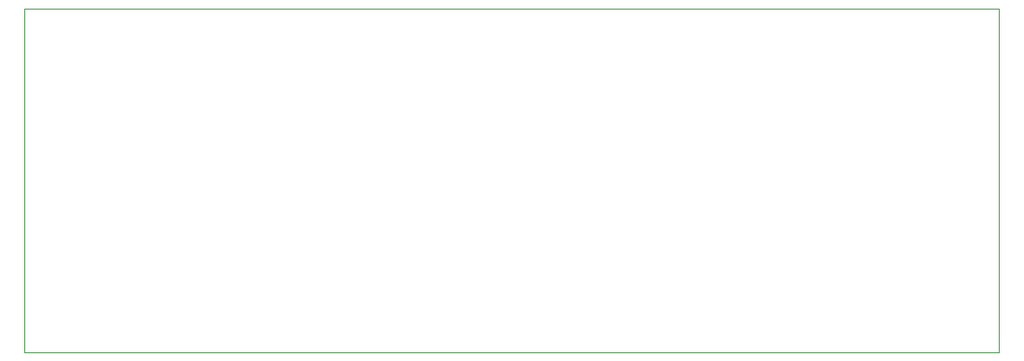
<source format=gbr>
%TF.GenerationSoftware,KiCad,Pcbnew,9.0.6*%
%TF.CreationDate,2025-12-14T15:20:03+05:30*%
%TF.ProjectId,Kicad-Hardware-Design,4b696361-642d-4486-9172-64776172652d,rev?*%
%TF.SameCoordinates,Original*%
%TF.FileFunction,Profile,NP*%
%FSLAX46Y46*%
G04 Gerber Fmt 4.6, Leading zero omitted, Abs format (unit mm)*
G04 Created by KiCad (PCBNEW 9.0.6) date 2025-12-14 15:20:03*
%MOMM*%
%LPD*%
G01*
G04 APERTURE LIST*
%TA.AperFunction,Profile*%
%ADD10C,0.050000*%
%TD*%
G04 APERTURE END LIST*
D10*
X40500000Y-47500000D02*
X135500000Y-47500000D01*
X135500000Y-81000000D01*
X40500000Y-81000000D01*
X40500000Y-47500000D01*
M02*

</source>
